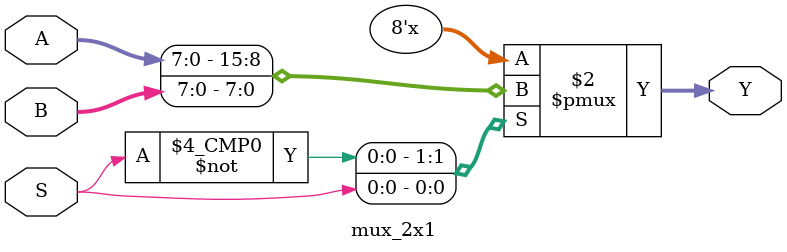
<source format=v>


module mux_2x1 (output reg[7:0] Y, input S, input[7:0] A,B);
	
	//Test for selection bit
	always @ (S)

	case(S)
		1'b0:	Y=A;
		1'b1:	Y=B;
	endcase // S

endmodule // mux_4x1
</source>
